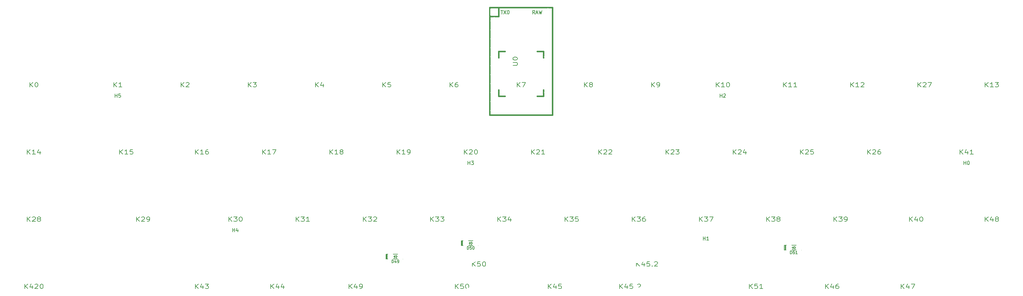
<source format=gto>
G04 #@! TF.GenerationSoftware,KiCad,Pcbnew,(5.1.10)-1*
G04 #@! TF.CreationDate,2021-12-09T13:09:40+07:00*
G04 #@! TF.ProjectId,CK50,434b3530-2e6b-4696-9361-645f70636258,rev?*
G04 #@! TF.SameCoordinates,Original*
G04 #@! TF.FileFunction,Legend,Top*
G04 #@! TF.FilePolarity,Positive*
%FSLAX46Y46*%
G04 Gerber Fmt 4.6, Leading zero omitted, Abs format (unit mm)*
G04 Created by KiCad (PCBNEW (5.1.10)-1) date 2021-12-09 13:09:40*
%MOMM*%
%LPD*%
G01*
G04 APERTURE LIST*
%ADD10C,0.200000*%
%ADD11C,0.381000*%
%ADD12C,0.203200*%
%ADD13C,0.150000*%
%ADD14C,4.387800*%
%ADD15C,3.448000*%
%ADD16C,2.150000*%
%ADD17C,3.400000*%
%ADD18C,2.686000*%
%ADD19C,2.152600*%
%ADD20C,2.600000*%
G04 APERTURE END LIST*
D10*
X311069000Y-158750000D02*
X311369000Y-158750000D01*
X310469000Y-158750000D02*
X310169000Y-158750000D01*
X310469000Y-158400000D02*
X310469000Y-159150000D01*
X311069000Y-159150000D02*
X310469000Y-158750000D01*
X311069000Y-158400000D02*
X311069000Y-159150000D01*
X310469000Y-158750000D02*
X311069000Y-158400000D01*
X308069000Y-158050000D02*
X308069000Y-159450000D01*
X308269000Y-158050000D02*
X308269000Y-159450000D01*
X308469000Y-158050000D02*
X308469000Y-159450000D01*
X308669000Y-158050000D02*
X308669000Y-159450000D01*
X308069000Y-159450000D02*
X312869000Y-159450000D01*
X312869000Y-158050000D02*
X312869000Y-159450000D01*
X308069000Y-158050000D02*
X312869000Y-158050000D01*
X402636000Y-160020000D02*
X402936000Y-160020000D01*
X402036000Y-160020000D02*
X401736000Y-160020000D01*
X402036000Y-159670000D02*
X402036000Y-160420000D01*
X402636000Y-160420000D02*
X402036000Y-160020000D01*
X402636000Y-159670000D02*
X402636000Y-160420000D01*
X402036000Y-160020000D02*
X402636000Y-159670000D01*
X399636000Y-159320000D02*
X399636000Y-160720000D01*
X399836000Y-159320000D02*
X399836000Y-160720000D01*
X400036000Y-159320000D02*
X400036000Y-160720000D01*
X400236000Y-159320000D02*
X400236000Y-160720000D01*
X399636000Y-160720000D02*
X404436000Y-160720000D01*
X404436000Y-159320000D02*
X404436000Y-160720000D01*
X399636000Y-159320000D02*
X404436000Y-159320000D01*
X289733000Y-162560000D02*
X290033000Y-162560000D01*
X289133000Y-162560000D02*
X288833000Y-162560000D01*
X289133000Y-162210000D02*
X289133000Y-162960000D01*
X289733000Y-162960000D02*
X289133000Y-162560000D01*
X289733000Y-162210000D02*
X289733000Y-162960000D01*
X289133000Y-162560000D02*
X289733000Y-162210000D01*
X286733000Y-161860000D02*
X286733000Y-163260000D01*
X286933000Y-161860000D02*
X286933000Y-163260000D01*
X287133000Y-161860000D02*
X287133000Y-163260000D01*
X287333000Y-161860000D02*
X287333000Y-163260000D01*
X286733000Y-163260000D02*
X291533000Y-163260000D01*
X291533000Y-161860000D02*
X291533000Y-163260000D01*
X286733000Y-161860000D02*
X291533000Y-161860000D01*
D11*
X318690352Y-106156032D02*
X318690352Y-104378032D01*
X318690352Y-117078032D02*
X318690352Y-115300032D01*
X320468352Y-117078032D02*
X318690352Y-117078032D01*
X331390352Y-117078032D02*
X329612352Y-117078032D01*
X331390352Y-115300032D02*
X331390352Y-117078032D01*
X331390352Y-104378032D02*
X331390352Y-106156032D01*
X329612352Y-104378032D02*
X331390352Y-104378032D01*
X318690352Y-104378032D02*
X320468352Y-104378032D01*
X333908400Y-91978480D02*
X316128400Y-91978480D01*
X316128400Y-91978480D02*
X316128400Y-122458480D01*
X316128400Y-122458480D02*
X333908400Y-122458480D01*
X333908400Y-122458480D02*
X333908400Y-91978480D01*
X318668400Y-91978480D02*
X318668400Y-94518480D01*
X318668400Y-94518480D02*
X316128400Y-94518480D01*
D12*
X311204428Y-165293523D02*
X311204428Y-164023523D01*
X312075285Y-165293523D02*
X311422142Y-164567809D01*
X312075285Y-164023523D02*
X311204428Y-164749238D01*
X313454142Y-164023523D02*
X312728428Y-164023523D01*
X312655857Y-164628285D01*
X312728428Y-164567809D01*
X312873571Y-164507333D01*
X313236428Y-164507333D01*
X313381571Y-164567809D01*
X313454142Y-164628285D01*
X313526714Y-164749238D01*
X313526714Y-165051619D01*
X313454142Y-165172571D01*
X313381571Y-165233047D01*
X313236428Y-165293523D01*
X312873571Y-165293523D01*
X312728428Y-165233047D01*
X312655857Y-165172571D01*
X314470142Y-164023523D02*
X314615285Y-164023523D01*
X314760428Y-164084000D01*
X314833000Y-164144476D01*
X314905571Y-164265428D01*
X314978142Y-164507333D01*
X314978142Y-164809714D01*
X314905571Y-165051619D01*
X314833000Y-165172571D01*
X314760428Y-165233047D01*
X314615285Y-165293523D01*
X314470142Y-165293523D01*
X314325000Y-165233047D01*
X314252428Y-165172571D01*
X314179857Y-165051619D01*
X314107285Y-164809714D01*
X314107285Y-164507333D01*
X314179857Y-164265428D01*
X314252428Y-164144476D01*
X314325000Y-164084000D01*
X314470142Y-164023523D01*
X357740857Y-165293523D02*
X357740857Y-164023523D01*
X358611714Y-165293523D02*
X357958571Y-164567809D01*
X358611714Y-164023523D02*
X357740857Y-164749238D01*
X359918000Y-164446857D02*
X359918000Y-165293523D01*
X359555142Y-163963047D02*
X359192285Y-164870190D01*
X360135714Y-164870190D01*
X361442000Y-164023523D02*
X360716285Y-164023523D01*
X360643714Y-164628285D01*
X360716285Y-164567809D01*
X360861428Y-164507333D01*
X361224285Y-164507333D01*
X361369428Y-164567809D01*
X361442000Y-164628285D01*
X361514571Y-164749238D01*
X361514571Y-165051619D01*
X361442000Y-165172571D01*
X361369428Y-165233047D01*
X361224285Y-165293523D01*
X360861428Y-165293523D01*
X360716285Y-165233047D01*
X360643714Y-165172571D01*
X362167714Y-165172571D02*
X362240285Y-165233047D01*
X362167714Y-165293523D01*
X362095142Y-165233047D01*
X362167714Y-165172571D01*
X362167714Y-165293523D01*
X362820857Y-164144476D02*
X362893428Y-164084000D01*
X363038571Y-164023523D01*
X363401428Y-164023523D01*
X363546571Y-164084000D01*
X363619142Y-164144476D01*
X363691714Y-164265428D01*
X363691714Y-164386380D01*
X363619142Y-164567809D01*
X362748285Y-165293523D01*
X363691714Y-165293523D01*
X352940257Y-171618123D02*
X352940257Y-170348123D01*
X353811114Y-171618123D02*
X353157971Y-170892409D01*
X353811114Y-170348123D02*
X352940257Y-171073838D01*
X355117400Y-170771457D02*
X355117400Y-171618123D01*
X354754542Y-170287647D02*
X354391685Y-171194790D01*
X355335114Y-171194790D01*
X356641400Y-170348123D02*
X355915685Y-170348123D01*
X355843114Y-170952885D01*
X355915685Y-170892409D01*
X356060828Y-170831933D01*
X356423685Y-170831933D01*
X356568828Y-170892409D01*
X356641400Y-170952885D01*
X356713971Y-171073838D01*
X356713971Y-171376219D01*
X356641400Y-171497171D01*
X356568828Y-171557647D01*
X356423685Y-171618123D01*
X356060828Y-171618123D01*
X355915685Y-171557647D01*
X355843114Y-171497171D01*
X357367114Y-171497171D02*
X357439685Y-171557647D01*
X357367114Y-171618123D01*
X357294542Y-171557647D01*
X357367114Y-171497171D01*
X357367114Y-171618123D01*
X358020257Y-170469076D02*
X358092828Y-170408600D01*
X358237971Y-170348123D01*
X358600828Y-170348123D01*
X358745971Y-170408600D01*
X358818542Y-170469076D01*
X358891114Y-170590028D01*
X358891114Y-170710980D01*
X358818542Y-170892409D01*
X357947685Y-171618123D01*
X358891114Y-171618123D01*
X306403828Y-171618123D02*
X306403828Y-170348123D01*
X307274685Y-171618123D02*
X306621542Y-170892409D01*
X307274685Y-170348123D02*
X306403828Y-171073838D01*
X308653542Y-170348123D02*
X307927828Y-170348123D01*
X307855257Y-170952885D01*
X307927828Y-170892409D01*
X308072971Y-170831933D01*
X308435828Y-170831933D01*
X308580971Y-170892409D01*
X308653542Y-170952885D01*
X308726114Y-171073838D01*
X308726114Y-171376219D01*
X308653542Y-171497171D01*
X308580971Y-171557647D01*
X308435828Y-171618123D01*
X308072971Y-171618123D01*
X307927828Y-171557647D01*
X307855257Y-171497171D01*
X309669542Y-170348123D02*
X309814685Y-170348123D01*
X309959828Y-170408600D01*
X310032400Y-170469076D01*
X310104971Y-170590028D01*
X310177542Y-170831933D01*
X310177542Y-171134314D01*
X310104971Y-171376219D01*
X310032400Y-171497171D01*
X309959828Y-171557647D01*
X309814685Y-171618123D01*
X309669542Y-171618123D01*
X309524400Y-171557647D01*
X309451828Y-171497171D01*
X309379257Y-171376219D01*
X309306685Y-171134314D01*
X309306685Y-170831933D01*
X309379257Y-170590028D01*
X309451828Y-170469076D01*
X309524400Y-170408600D01*
X309669542Y-170348123D01*
D13*
X309772171Y-160511904D02*
X309772171Y-159711904D01*
X309962647Y-159711904D01*
X310076933Y-159750000D01*
X310153123Y-159826190D01*
X310191219Y-159902380D01*
X310229314Y-160054761D01*
X310229314Y-160169047D01*
X310191219Y-160321428D01*
X310153123Y-160397619D01*
X310076933Y-160473809D01*
X309962647Y-160511904D01*
X309772171Y-160511904D01*
X310953123Y-159711904D02*
X310572171Y-159711904D01*
X310534076Y-160092857D01*
X310572171Y-160054761D01*
X310648361Y-160016666D01*
X310838838Y-160016666D01*
X310915028Y-160054761D01*
X310953123Y-160092857D01*
X310991219Y-160169047D01*
X310991219Y-160359523D01*
X310953123Y-160435714D01*
X310915028Y-160473809D01*
X310838838Y-160511904D01*
X310648361Y-160511904D01*
X310572171Y-160473809D01*
X310534076Y-160435714D01*
X311486457Y-159711904D02*
X311562647Y-159711904D01*
X311638838Y-159750000D01*
X311676933Y-159788095D01*
X311715028Y-159864285D01*
X311753123Y-160016666D01*
X311753123Y-160207142D01*
X311715028Y-160359523D01*
X311676933Y-160435714D01*
X311638838Y-160473809D01*
X311562647Y-160511904D01*
X311486457Y-160511904D01*
X311410266Y-160473809D01*
X311372171Y-160435714D01*
X311334076Y-160359523D01*
X311295980Y-160207142D01*
X311295980Y-160016666D01*
X311334076Y-159864285D01*
X311372171Y-159788095D01*
X311410266Y-159750000D01*
X311486457Y-159711904D01*
D12*
X332714772Y-171627507D02*
X332714772Y-170357507D01*
X333585629Y-171627507D02*
X332932486Y-170901793D01*
X333585629Y-170357507D02*
X332714772Y-171083222D01*
X334891915Y-170780841D02*
X334891915Y-171627507D01*
X334529058Y-170297031D02*
X334166201Y-171204174D01*
X335109629Y-171204174D01*
X336415915Y-170357507D02*
X335690201Y-170357507D01*
X335617629Y-170962269D01*
X335690201Y-170901793D01*
X335835344Y-170841317D01*
X336198201Y-170841317D01*
X336343344Y-170901793D01*
X336415915Y-170962269D01*
X336488486Y-171083222D01*
X336488486Y-171385603D01*
X336415915Y-171506555D01*
X336343344Y-171567031D01*
X336198201Y-171627507D01*
X335835344Y-171627507D01*
X335690201Y-171567031D01*
X335617629Y-171506555D01*
D13*
X401339171Y-161781904D02*
X401339171Y-160981904D01*
X401529647Y-160981904D01*
X401643933Y-161020000D01*
X401720123Y-161096190D01*
X401758219Y-161172380D01*
X401796314Y-161324761D01*
X401796314Y-161439047D01*
X401758219Y-161591428D01*
X401720123Y-161667619D01*
X401643933Y-161743809D01*
X401529647Y-161781904D01*
X401339171Y-161781904D01*
X402520123Y-160981904D02*
X402139171Y-160981904D01*
X402101076Y-161362857D01*
X402139171Y-161324761D01*
X402215361Y-161286666D01*
X402405838Y-161286666D01*
X402482028Y-161324761D01*
X402520123Y-161362857D01*
X402558219Y-161439047D01*
X402558219Y-161629523D01*
X402520123Y-161705714D01*
X402482028Y-161743809D01*
X402405838Y-161781904D01*
X402215361Y-161781904D01*
X402139171Y-161743809D01*
X402101076Y-161705714D01*
X403320123Y-161781904D02*
X402862980Y-161781904D01*
X403091552Y-161781904D02*
X403091552Y-160981904D01*
X403015361Y-161096190D01*
X402939171Y-161172380D01*
X402862980Y-161210476D01*
D12*
X389741228Y-171592723D02*
X389741228Y-170322723D01*
X390612085Y-171592723D02*
X389958942Y-170867009D01*
X390612085Y-170322723D02*
X389741228Y-171048438D01*
X391990942Y-170322723D02*
X391265228Y-170322723D01*
X391192657Y-170927485D01*
X391265228Y-170867009D01*
X391410371Y-170806533D01*
X391773228Y-170806533D01*
X391918371Y-170867009D01*
X391990942Y-170927485D01*
X392063514Y-171048438D01*
X392063514Y-171350819D01*
X391990942Y-171471771D01*
X391918371Y-171532247D01*
X391773228Y-171592723D01*
X391410371Y-171592723D01*
X391265228Y-171532247D01*
X391192657Y-171471771D01*
X393514942Y-171592723D02*
X392644085Y-171592723D01*
X393079514Y-171592723D02*
X393079514Y-170322723D01*
X392934371Y-170504152D01*
X392789228Y-170625104D01*
X392644085Y-170685580D01*
D13*
X288436171Y-164321904D02*
X288436171Y-163521904D01*
X288626647Y-163521904D01*
X288740933Y-163560000D01*
X288817123Y-163636190D01*
X288855219Y-163712380D01*
X288893314Y-163864761D01*
X288893314Y-163979047D01*
X288855219Y-164131428D01*
X288817123Y-164207619D01*
X288740933Y-164283809D01*
X288626647Y-164321904D01*
X288436171Y-164321904D01*
X289579028Y-163788571D02*
X289579028Y-164321904D01*
X289388552Y-163483809D02*
X289198076Y-164055238D01*
X289693314Y-164055238D01*
X290036171Y-164321904D02*
X290188552Y-164321904D01*
X290264742Y-164283809D01*
X290302838Y-164245714D01*
X290379028Y-164131428D01*
X290417123Y-163979047D01*
X290417123Y-163674285D01*
X290379028Y-163598095D01*
X290340933Y-163560000D01*
X290264742Y-163521904D01*
X290112361Y-163521904D01*
X290036171Y-163560000D01*
X289998076Y-163598095D01*
X289959980Y-163674285D01*
X289959980Y-163864761D01*
X289998076Y-163940952D01*
X290036171Y-163979047D01*
X290112361Y-164017142D01*
X290264742Y-164017142D01*
X290340933Y-163979047D01*
X290379028Y-163940952D01*
X290417123Y-163864761D01*
D12*
X276279428Y-171618123D02*
X276279428Y-170348123D01*
X277150285Y-171618123D02*
X276497142Y-170892409D01*
X277150285Y-170348123D02*
X276279428Y-171073838D01*
X278456571Y-170771457D02*
X278456571Y-171618123D01*
X278093714Y-170287647D02*
X277730857Y-171194790D01*
X278674285Y-171194790D01*
X279327428Y-171618123D02*
X279617714Y-171618123D01*
X279762857Y-171557647D01*
X279835428Y-171497171D01*
X279980571Y-171315742D01*
X280053142Y-171073838D01*
X280053142Y-170590028D01*
X279980571Y-170469076D01*
X279908000Y-170408600D01*
X279762857Y-170348123D01*
X279472571Y-170348123D01*
X279327428Y-170408600D01*
X279254857Y-170469076D01*
X279182285Y-170590028D01*
X279182285Y-170892409D01*
X279254857Y-171013361D01*
X279327428Y-171073838D01*
X279472571Y-171134314D01*
X279762857Y-171134314D01*
X279908000Y-171073838D01*
X279980571Y-171013361D01*
X280053142Y-170892409D01*
X254113740Y-171627507D02*
X254113740Y-170357507D01*
X254984597Y-171627507D02*
X254331454Y-170901793D01*
X254984597Y-170357507D02*
X254113740Y-171083222D01*
X256290883Y-170780841D02*
X256290883Y-171627507D01*
X255928026Y-170297031D02*
X255565169Y-171204174D01*
X256508597Y-171204174D01*
X257742312Y-170780841D02*
X257742312Y-171627507D01*
X257379454Y-170297031D02*
X257016597Y-171204174D01*
X257960026Y-171204174D01*
X375577236Y-152577523D02*
X375577236Y-151307523D01*
X376448093Y-152577523D02*
X375794950Y-151851809D01*
X376448093Y-151307523D02*
X375577236Y-152033238D01*
X376956093Y-151307523D02*
X377899522Y-151307523D01*
X377391522Y-151791333D01*
X377609236Y-151791333D01*
X377754379Y-151851809D01*
X377826950Y-151912285D01*
X377899522Y-152033238D01*
X377899522Y-152335619D01*
X377826950Y-152456571D01*
X377754379Y-152517047D01*
X377609236Y-152577523D01*
X377173808Y-152577523D01*
X377028665Y-152517047D01*
X376956093Y-152456571D01*
X378407522Y-151307523D02*
X379423522Y-151307523D01*
X378770379Y-152577523D01*
X356527252Y-152577523D02*
X356527252Y-151307523D01*
X357398109Y-152577523D02*
X356744966Y-151851809D01*
X357398109Y-151307523D02*
X356527252Y-152033238D01*
X357906109Y-151307523D02*
X358849538Y-151307523D01*
X358341538Y-151791333D01*
X358559252Y-151791333D01*
X358704395Y-151851809D01*
X358776966Y-151912285D01*
X358849538Y-152033238D01*
X358849538Y-152335619D01*
X358776966Y-152456571D01*
X358704395Y-152517047D01*
X358559252Y-152577523D01*
X358123824Y-152577523D01*
X357978681Y-152517047D01*
X357906109Y-152456571D01*
X360155824Y-151307523D02*
X359865538Y-151307523D01*
X359720395Y-151368000D01*
X359647824Y-151428476D01*
X359502681Y-151609904D01*
X359430109Y-151851809D01*
X359430109Y-152335619D01*
X359502681Y-152456571D01*
X359575252Y-152517047D01*
X359720395Y-152577523D01*
X360010681Y-152577523D01*
X360155824Y-152517047D01*
X360228395Y-152456571D01*
X360300966Y-152335619D01*
X360300966Y-152033238D01*
X360228395Y-151912285D01*
X360155824Y-151851809D01*
X360010681Y-151791333D01*
X359720395Y-151791333D01*
X359575252Y-151851809D01*
X359502681Y-151912285D01*
X359430109Y-152033238D01*
X337477268Y-152577523D02*
X337477268Y-151307523D01*
X338348125Y-152577523D02*
X337694982Y-151851809D01*
X338348125Y-151307523D02*
X337477268Y-152033238D01*
X338856125Y-151307523D02*
X339799554Y-151307523D01*
X339291554Y-151791333D01*
X339509268Y-151791333D01*
X339654411Y-151851809D01*
X339726982Y-151912285D01*
X339799554Y-152033238D01*
X339799554Y-152335619D01*
X339726982Y-152456571D01*
X339654411Y-152517047D01*
X339509268Y-152577523D01*
X339073840Y-152577523D01*
X338928697Y-152517047D01*
X338856125Y-152456571D01*
X341178411Y-151307523D02*
X340452697Y-151307523D01*
X340380125Y-151912285D01*
X340452697Y-151851809D01*
X340597840Y-151791333D01*
X340960697Y-151791333D01*
X341105840Y-151851809D01*
X341178411Y-151912285D01*
X341250982Y-152033238D01*
X341250982Y-152335619D01*
X341178411Y-152456571D01*
X341105840Y-152517047D01*
X340960697Y-152577523D01*
X340597840Y-152577523D01*
X340452697Y-152517047D01*
X340380125Y-152456571D01*
X366052244Y-133527539D02*
X366052244Y-132257539D01*
X366923101Y-133527539D02*
X366269958Y-132801825D01*
X366923101Y-132257539D02*
X366052244Y-132983254D01*
X367503673Y-132378492D02*
X367576244Y-132318016D01*
X367721387Y-132257539D01*
X368084244Y-132257539D01*
X368229387Y-132318016D01*
X368301958Y-132378492D01*
X368374530Y-132499444D01*
X368374530Y-132620396D01*
X368301958Y-132801825D01*
X367431101Y-133527539D01*
X368374530Y-133527539D01*
X368882530Y-132257539D02*
X369825958Y-132257539D01*
X369317958Y-132741349D01*
X369535673Y-132741349D01*
X369680816Y-132801825D01*
X369753387Y-132862301D01*
X369825958Y-132983254D01*
X369825958Y-133285635D01*
X369753387Y-133406587D01*
X369680816Y-133467063D01*
X369535673Y-133527539D01*
X369100244Y-133527539D01*
X368955101Y-133467063D01*
X368882530Y-133406587D01*
X347002260Y-133527539D02*
X347002260Y-132257539D01*
X347873117Y-133527539D02*
X347219974Y-132801825D01*
X347873117Y-132257539D02*
X347002260Y-132983254D01*
X348453689Y-132378492D02*
X348526260Y-132318016D01*
X348671403Y-132257539D01*
X349034260Y-132257539D01*
X349179403Y-132318016D01*
X349251974Y-132378492D01*
X349324546Y-132499444D01*
X349324546Y-132620396D01*
X349251974Y-132801825D01*
X348381117Y-133527539D01*
X349324546Y-133527539D01*
X349905117Y-132378492D02*
X349977689Y-132318016D01*
X350122832Y-132257539D01*
X350485689Y-132257539D01*
X350630832Y-132318016D01*
X350703403Y-132378492D01*
X350775974Y-132499444D01*
X350775974Y-132620396D01*
X350703403Y-132801825D01*
X349832546Y-133527539D01*
X350775974Y-133527539D01*
X327952276Y-133527539D02*
X327952276Y-132257539D01*
X328823133Y-133527539D02*
X328169990Y-132801825D01*
X328823133Y-132257539D02*
X327952276Y-132983254D01*
X329403705Y-132378492D02*
X329476276Y-132318016D01*
X329621419Y-132257539D01*
X329984276Y-132257539D01*
X330129419Y-132318016D01*
X330201990Y-132378492D01*
X330274562Y-132499444D01*
X330274562Y-132620396D01*
X330201990Y-132801825D01*
X329331133Y-133527539D01*
X330274562Y-133527539D01*
X331725990Y-133527539D02*
X330855133Y-133527539D01*
X331290562Y-133527539D02*
X331290562Y-132257539D01*
X331145419Y-132438968D01*
X331000276Y-132559920D01*
X330855133Y-132620396D01*
X308902292Y-133527539D02*
X308902292Y-132257539D01*
X309773149Y-133527539D02*
X309120006Y-132801825D01*
X309773149Y-132257539D02*
X308902292Y-132983254D01*
X310353721Y-132378492D02*
X310426292Y-132318016D01*
X310571435Y-132257539D01*
X310934292Y-132257539D01*
X311079435Y-132318016D01*
X311152006Y-132378492D01*
X311224578Y-132499444D01*
X311224578Y-132620396D01*
X311152006Y-132801825D01*
X310281149Y-133527539D01*
X311224578Y-133527539D01*
X312168006Y-132257539D02*
X312313149Y-132257539D01*
X312458292Y-132318016D01*
X312530864Y-132378492D01*
X312603435Y-132499444D01*
X312676006Y-132741349D01*
X312676006Y-133043730D01*
X312603435Y-133285635D01*
X312530864Y-133406587D01*
X312458292Y-133467063D01*
X312313149Y-133527539D01*
X312168006Y-133527539D01*
X312022864Y-133467063D01*
X311950292Y-133406587D01*
X311877721Y-133285635D01*
X311805149Y-133043730D01*
X311805149Y-132741349D01*
X311877721Y-132499444D01*
X311950292Y-132378492D01*
X312022864Y-132318016D01*
X312168006Y-132257539D01*
X318427284Y-152577523D02*
X318427284Y-151307523D01*
X319298141Y-152577523D02*
X318644998Y-151851809D01*
X319298141Y-151307523D02*
X318427284Y-152033238D01*
X319806141Y-151307523D02*
X320749570Y-151307523D01*
X320241570Y-151791333D01*
X320459284Y-151791333D01*
X320604427Y-151851809D01*
X320676998Y-151912285D01*
X320749570Y-152033238D01*
X320749570Y-152335619D01*
X320676998Y-152456571D01*
X320604427Y-152517047D01*
X320459284Y-152577523D01*
X320023856Y-152577523D01*
X319878713Y-152517047D01*
X319806141Y-152456571D01*
X322055856Y-151730857D02*
X322055856Y-152577523D01*
X321692998Y-151247047D02*
X321330141Y-152154190D01*
X322273570Y-152154190D01*
X299377300Y-152577523D02*
X299377300Y-151307523D01*
X300248157Y-152577523D02*
X299595014Y-151851809D01*
X300248157Y-151307523D02*
X299377300Y-152033238D01*
X300756157Y-151307523D02*
X301699586Y-151307523D01*
X301191586Y-151791333D01*
X301409300Y-151791333D01*
X301554443Y-151851809D01*
X301627014Y-151912285D01*
X301699586Y-152033238D01*
X301699586Y-152335619D01*
X301627014Y-152456571D01*
X301554443Y-152517047D01*
X301409300Y-152577523D01*
X300973872Y-152577523D01*
X300828729Y-152517047D01*
X300756157Y-152456571D01*
X302207586Y-151307523D02*
X303151014Y-151307523D01*
X302643014Y-151791333D01*
X302860729Y-151791333D01*
X303005872Y-151851809D01*
X303078443Y-151912285D01*
X303151014Y-152033238D01*
X303151014Y-152335619D01*
X303078443Y-152456571D01*
X303005872Y-152517047D01*
X302860729Y-152577523D01*
X302425300Y-152577523D01*
X302280157Y-152517047D01*
X302207586Y-152456571D01*
X394627220Y-152577523D02*
X394627220Y-151307523D01*
X395498077Y-152577523D02*
X394844934Y-151851809D01*
X395498077Y-151307523D02*
X394627220Y-152033238D01*
X396006077Y-151307523D02*
X396949506Y-151307523D01*
X396441506Y-151791333D01*
X396659220Y-151791333D01*
X396804363Y-151851809D01*
X396876934Y-151912285D01*
X396949506Y-152033238D01*
X396949506Y-152335619D01*
X396876934Y-152456571D01*
X396804363Y-152517047D01*
X396659220Y-152577523D01*
X396223792Y-152577523D01*
X396078649Y-152517047D01*
X396006077Y-152456571D01*
X397820363Y-151851809D02*
X397675220Y-151791333D01*
X397602649Y-151730857D01*
X397530077Y-151609904D01*
X397530077Y-151549428D01*
X397602649Y-151428476D01*
X397675220Y-151368000D01*
X397820363Y-151307523D01*
X398110649Y-151307523D01*
X398255792Y-151368000D01*
X398328363Y-151428476D01*
X398400934Y-151549428D01*
X398400934Y-151609904D01*
X398328363Y-151730857D01*
X398255792Y-151791333D01*
X398110649Y-151851809D01*
X397820363Y-151851809D01*
X397675220Y-151912285D01*
X397602649Y-151972761D01*
X397530077Y-152093714D01*
X397530077Y-152335619D01*
X397602649Y-152456571D01*
X397675220Y-152517047D01*
X397820363Y-152577523D01*
X398110649Y-152577523D01*
X398255792Y-152517047D01*
X398328363Y-152456571D01*
X398400934Y-152335619D01*
X398400934Y-152093714D01*
X398328363Y-151972761D01*
X398255792Y-151912285D01*
X398110649Y-151851809D01*
X385102228Y-133527539D02*
X385102228Y-132257539D01*
X385973085Y-133527539D02*
X385319942Y-132801825D01*
X385973085Y-132257539D02*
X385102228Y-132983254D01*
X386553657Y-132378492D02*
X386626228Y-132318016D01*
X386771371Y-132257539D01*
X387134228Y-132257539D01*
X387279371Y-132318016D01*
X387351942Y-132378492D01*
X387424514Y-132499444D01*
X387424514Y-132620396D01*
X387351942Y-132801825D01*
X386481085Y-133527539D01*
X387424514Y-133527539D01*
X388730800Y-132680873D02*
X388730800Y-133527539D01*
X388367942Y-132197063D02*
X388005085Y-133104206D01*
X388948514Y-133104206D01*
X404152212Y-133527539D02*
X404152212Y-132257539D01*
X405023069Y-133527539D02*
X404369926Y-132801825D01*
X405023069Y-132257539D02*
X404152212Y-132983254D01*
X405603641Y-132378492D02*
X405676212Y-132318016D01*
X405821355Y-132257539D01*
X406184212Y-132257539D01*
X406329355Y-132318016D01*
X406401926Y-132378492D01*
X406474498Y-132499444D01*
X406474498Y-132620396D01*
X406401926Y-132801825D01*
X405531069Y-133527539D01*
X406474498Y-133527539D01*
X407853355Y-132257539D02*
X407127641Y-132257539D01*
X407055069Y-132862301D01*
X407127641Y-132801825D01*
X407272784Y-132741349D01*
X407635641Y-132741349D01*
X407780784Y-132801825D01*
X407853355Y-132862301D01*
X407925926Y-132983254D01*
X407925926Y-133285635D01*
X407853355Y-133406587D01*
X407780784Y-133467063D01*
X407635641Y-133527539D01*
X407272784Y-133527539D01*
X407127641Y-133467063D01*
X407055069Y-133406587D01*
X423202196Y-133527539D02*
X423202196Y-132257539D01*
X424073053Y-133527539D02*
X423419910Y-132801825D01*
X424073053Y-132257539D02*
X423202196Y-132983254D01*
X424653625Y-132378492D02*
X424726196Y-132318016D01*
X424871339Y-132257539D01*
X425234196Y-132257539D01*
X425379339Y-132318016D01*
X425451910Y-132378492D01*
X425524482Y-132499444D01*
X425524482Y-132620396D01*
X425451910Y-132801825D01*
X424581053Y-133527539D01*
X425524482Y-133527539D01*
X426830768Y-132257539D02*
X426540482Y-132257539D01*
X426395339Y-132318016D01*
X426322768Y-132378492D01*
X426177625Y-132559920D01*
X426105053Y-132801825D01*
X426105053Y-133285635D01*
X426177625Y-133406587D01*
X426250196Y-133467063D01*
X426395339Y-133527539D01*
X426685625Y-133527539D01*
X426830768Y-133467063D01*
X426903339Y-133406587D01*
X426975910Y-133285635D01*
X426975910Y-132983254D01*
X426903339Y-132862301D01*
X426830768Y-132801825D01*
X426685625Y-132741349D01*
X426395339Y-132741349D01*
X426250196Y-132801825D01*
X426177625Y-132862301D01*
X426105053Y-132983254D01*
X413677204Y-152577523D02*
X413677204Y-151307523D01*
X414548061Y-152577523D02*
X413894918Y-151851809D01*
X414548061Y-151307523D02*
X413677204Y-152033238D01*
X415056061Y-151307523D02*
X415999490Y-151307523D01*
X415491490Y-151791333D01*
X415709204Y-151791333D01*
X415854347Y-151851809D01*
X415926918Y-151912285D01*
X415999490Y-152033238D01*
X415999490Y-152335619D01*
X415926918Y-152456571D01*
X415854347Y-152517047D01*
X415709204Y-152577523D01*
X415273776Y-152577523D01*
X415128633Y-152517047D01*
X415056061Y-152456571D01*
X416725204Y-152577523D02*
X417015490Y-152577523D01*
X417160633Y-152517047D01*
X417233204Y-152456571D01*
X417378347Y-152275142D01*
X417450918Y-152033238D01*
X417450918Y-151549428D01*
X417378347Y-151428476D01*
X417305776Y-151368000D01*
X417160633Y-151307523D01*
X416870347Y-151307523D01*
X416725204Y-151368000D01*
X416652633Y-151428476D01*
X416580061Y-151549428D01*
X416580061Y-151851809D01*
X416652633Y-151972761D01*
X416725204Y-152033238D01*
X416870347Y-152093714D01*
X417160633Y-152093714D01*
X417305776Y-152033238D01*
X417378347Y-151972761D01*
X417450918Y-151851809D01*
X411295956Y-171627507D02*
X411295956Y-170357507D01*
X412166813Y-171627507D02*
X411513670Y-170901793D01*
X412166813Y-170357507D02*
X411295956Y-171083222D01*
X413473099Y-170780841D02*
X413473099Y-171627507D01*
X413110242Y-170297031D02*
X412747385Y-171204174D01*
X413690813Y-171204174D01*
X414924528Y-170357507D02*
X414634242Y-170357507D01*
X414489099Y-170417984D01*
X414416528Y-170478460D01*
X414271385Y-170659888D01*
X414198813Y-170901793D01*
X414198813Y-171385603D01*
X414271385Y-171506555D01*
X414343956Y-171567031D01*
X414489099Y-171627507D01*
X414779385Y-171627507D01*
X414924528Y-171567031D01*
X414997099Y-171506555D01*
X415069670Y-171385603D01*
X415069670Y-171083222D01*
X414997099Y-170962269D01*
X414924528Y-170901793D01*
X414779385Y-170841317D01*
X414489099Y-170841317D01*
X414343956Y-170901793D01*
X414271385Y-170962269D01*
X414198813Y-171083222D01*
X432727188Y-171627507D02*
X432727188Y-170357507D01*
X433598045Y-171627507D02*
X432944902Y-170901793D01*
X433598045Y-170357507D02*
X432727188Y-171083222D01*
X434904331Y-170780841D02*
X434904331Y-171627507D01*
X434541474Y-170297031D02*
X434178617Y-171204174D01*
X435122045Y-171204174D01*
X435557474Y-170357507D02*
X436573474Y-170357507D01*
X435920331Y-171627507D01*
X380339732Y-114477555D02*
X380339732Y-113207555D01*
X381210589Y-114477555D02*
X380557446Y-113751841D01*
X381210589Y-113207555D02*
X380339732Y-113933270D01*
X382662018Y-114477555D02*
X381791161Y-114477555D01*
X382226589Y-114477555D02*
X382226589Y-113207555D01*
X382081446Y-113388984D01*
X381936304Y-113509936D01*
X381791161Y-113570412D01*
X383605446Y-113207555D02*
X383750589Y-113207555D01*
X383895732Y-113268032D01*
X383968304Y-113328508D01*
X384040875Y-113449460D01*
X384113446Y-113691365D01*
X384113446Y-113993746D01*
X384040875Y-114235651D01*
X383968304Y-114356603D01*
X383895732Y-114417079D01*
X383750589Y-114477555D01*
X383605446Y-114477555D01*
X383460304Y-114417079D01*
X383387732Y-114356603D01*
X383315161Y-114235651D01*
X383242589Y-113993746D01*
X383242589Y-113691365D01*
X383315161Y-113449460D01*
X383387732Y-113328508D01*
X383460304Y-113268032D01*
X383605446Y-113207555D01*
X435108436Y-152577523D02*
X435108436Y-151307523D01*
X435979293Y-152577523D02*
X435326150Y-151851809D01*
X435979293Y-151307523D02*
X435108436Y-152033238D01*
X437285579Y-151730857D02*
X437285579Y-152577523D01*
X436922722Y-151247047D02*
X436559865Y-152154190D01*
X437503293Y-152154190D01*
X438374150Y-151307523D02*
X438519293Y-151307523D01*
X438664436Y-151368000D01*
X438737008Y-151428476D01*
X438809579Y-151549428D01*
X438882150Y-151791333D01*
X438882150Y-152093714D01*
X438809579Y-152335619D01*
X438737008Y-152456571D01*
X438664436Y-152517047D01*
X438519293Y-152577523D01*
X438374150Y-152577523D01*
X438229008Y-152517047D01*
X438156436Y-152456571D01*
X438083865Y-152335619D01*
X438011293Y-152093714D01*
X438011293Y-151791333D01*
X438083865Y-151549428D01*
X438156436Y-151428476D01*
X438229008Y-151368000D01*
X438374150Y-151307523D01*
X456539668Y-152577523D02*
X456539668Y-151307523D01*
X457410525Y-152577523D02*
X456757382Y-151851809D01*
X457410525Y-151307523D02*
X456539668Y-152033238D01*
X458716811Y-151730857D02*
X458716811Y-152577523D01*
X458353954Y-151247047D02*
X457991097Y-152154190D01*
X458934525Y-152154190D01*
X459732811Y-151851809D02*
X459587668Y-151791333D01*
X459515097Y-151730857D01*
X459442525Y-151609904D01*
X459442525Y-151549428D01*
X459515097Y-151428476D01*
X459587668Y-151368000D01*
X459732811Y-151307523D01*
X460023097Y-151307523D01*
X460168240Y-151368000D01*
X460240811Y-151428476D01*
X460313382Y-151549428D01*
X460313382Y-151609904D01*
X460240811Y-151730857D01*
X460168240Y-151791333D01*
X460023097Y-151851809D01*
X459732811Y-151851809D01*
X459587668Y-151912285D01*
X459515097Y-151972761D01*
X459442525Y-152093714D01*
X459442525Y-152335619D01*
X459515097Y-152456571D01*
X459587668Y-152517047D01*
X459732811Y-152577523D01*
X460023097Y-152577523D01*
X460168240Y-152517047D01*
X460240811Y-152456571D01*
X460313382Y-152335619D01*
X460313382Y-152093714D01*
X460240811Y-151972761D01*
X460168240Y-151912285D01*
X460023097Y-151851809D01*
X449395924Y-133527539D02*
X449395924Y-132257539D01*
X450266781Y-133527539D02*
X449613638Y-132801825D01*
X450266781Y-132257539D02*
X449395924Y-132983254D01*
X451573067Y-132680873D02*
X451573067Y-133527539D01*
X451210210Y-132197063D02*
X450847353Y-133104206D01*
X451790781Y-133104206D01*
X453169638Y-133527539D02*
X452298781Y-133527539D01*
X452734210Y-133527539D02*
X452734210Y-132257539D01*
X452589067Y-132438968D01*
X452443924Y-132559920D01*
X452298781Y-132620396D01*
X456539668Y-114477555D02*
X456539668Y-113207555D01*
X457410525Y-114477555D02*
X456757382Y-113751841D01*
X457410525Y-113207555D02*
X456539668Y-113933270D01*
X458861954Y-114477555D02*
X457991097Y-114477555D01*
X458426525Y-114477555D02*
X458426525Y-113207555D01*
X458281382Y-113388984D01*
X458136240Y-113509936D01*
X457991097Y-113570412D01*
X459369954Y-113207555D02*
X460313382Y-113207555D01*
X459805382Y-113691365D01*
X460023097Y-113691365D01*
X460168240Y-113751841D01*
X460240811Y-113812317D01*
X460313382Y-113933270D01*
X460313382Y-114235651D01*
X460240811Y-114356603D01*
X460168240Y-114417079D01*
X460023097Y-114477555D01*
X459587668Y-114477555D01*
X459442525Y-114417079D01*
X459369954Y-114356603D01*
X437489684Y-114477555D02*
X437489684Y-113207555D01*
X438360541Y-114477555D02*
X437707398Y-113751841D01*
X438360541Y-113207555D02*
X437489684Y-113933270D01*
X438941113Y-113328508D02*
X439013684Y-113268032D01*
X439158827Y-113207555D01*
X439521684Y-113207555D01*
X439666827Y-113268032D01*
X439739398Y-113328508D01*
X439811970Y-113449460D01*
X439811970Y-113570412D01*
X439739398Y-113751841D01*
X438868541Y-114477555D01*
X439811970Y-114477555D01*
X440319970Y-113207555D02*
X441335970Y-113207555D01*
X440682827Y-114477555D01*
X418439700Y-114477555D02*
X418439700Y-113207555D01*
X419310557Y-114477555D02*
X418657414Y-113751841D01*
X419310557Y-113207555D02*
X418439700Y-113933270D01*
X420761986Y-114477555D02*
X419891129Y-114477555D01*
X420326557Y-114477555D02*
X420326557Y-113207555D01*
X420181414Y-113388984D01*
X420036272Y-113509936D01*
X419891129Y-113570412D01*
X421342557Y-113328508D02*
X421415129Y-113268032D01*
X421560272Y-113207555D01*
X421923129Y-113207555D01*
X422068272Y-113268032D01*
X422140843Y-113328508D01*
X422213414Y-113449460D01*
X422213414Y-113570412D01*
X422140843Y-113751841D01*
X421269986Y-114477555D01*
X422213414Y-114477555D01*
X399389716Y-114477555D02*
X399389716Y-113207555D01*
X400260573Y-114477555D02*
X399607430Y-113751841D01*
X400260573Y-113207555D02*
X399389716Y-113933270D01*
X401712002Y-114477555D02*
X400841145Y-114477555D01*
X401276573Y-114477555D02*
X401276573Y-113207555D01*
X401131430Y-113388984D01*
X400986288Y-113509936D01*
X400841145Y-113570412D01*
X403163430Y-114477555D02*
X402292573Y-114477555D01*
X402728002Y-114477555D02*
X402728002Y-113207555D01*
X402582859Y-113388984D01*
X402437716Y-113509936D01*
X402292573Y-113570412D01*
X289852308Y-133527539D02*
X289852308Y-132257539D01*
X290723165Y-133527539D02*
X290070022Y-132801825D01*
X290723165Y-132257539D02*
X289852308Y-132983254D01*
X292174594Y-133527539D02*
X291303737Y-133527539D01*
X291739165Y-133527539D02*
X291739165Y-132257539D01*
X291594022Y-132438968D01*
X291448880Y-132559920D01*
X291303737Y-132620396D01*
X292900308Y-133527539D02*
X293190594Y-133527539D01*
X293335737Y-133467063D01*
X293408308Y-133406587D01*
X293553451Y-133225158D01*
X293626022Y-132983254D01*
X293626022Y-132499444D01*
X293553451Y-132378492D01*
X293480880Y-132318016D01*
X293335737Y-132257539D01*
X293045451Y-132257539D01*
X292900308Y-132318016D01*
X292827737Y-132378492D01*
X292755165Y-132499444D01*
X292755165Y-132801825D01*
X292827737Y-132922777D01*
X292900308Y-132983254D01*
X293045451Y-133043730D01*
X293335737Y-133043730D01*
X293480880Y-132983254D01*
X293553451Y-132922777D01*
X293626022Y-132801825D01*
X280327316Y-152577523D02*
X280327316Y-151307523D01*
X281198173Y-152577523D02*
X280545030Y-151851809D01*
X281198173Y-151307523D02*
X280327316Y-152033238D01*
X281706173Y-151307523D02*
X282649602Y-151307523D01*
X282141602Y-151791333D01*
X282359316Y-151791333D01*
X282504459Y-151851809D01*
X282577030Y-151912285D01*
X282649602Y-152033238D01*
X282649602Y-152335619D01*
X282577030Y-152456571D01*
X282504459Y-152517047D01*
X282359316Y-152577523D01*
X281923888Y-152577523D01*
X281778745Y-152517047D01*
X281706173Y-152456571D01*
X283230173Y-151428476D02*
X283302745Y-151368000D01*
X283447888Y-151307523D01*
X283810745Y-151307523D01*
X283955888Y-151368000D01*
X284028459Y-151428476D01*
X284101030Y-151549428D01*
X284101030Y-151670380D01*
X284028459Y-151851809D01*
X283157602Y-152577523D01*
X284101030Y-152577523D01*
X261277332Y-152577523D02*
X261277332Y-151307523D01*
X262148189Y-152577523D02*
X261495046Y-151851809D01*
X262148189Y-151307523D02*
X261277332Y-152033238D01*
X262656189Y-151307523D02*
X263599618Y-151307523D01*
X263091618Y-151791333D01*
X263309332Y-151791333D01*
X263454475Y-151851809D01*
X263527046Y-151912285D01*
X263599618Y-152033238D01*
X263599618Y-152335619D01*
X263527046Y-152456571D01*
X263454475Y-152517047D01*
X263309332Y-152577523D01*
X262873904Y-152577523D01*
X262728761Y-152517047D01*
X262656189Y-152456571D01*
X265051046Y-152577523D02*
X264180189Y-152577523D01*
X264615618Y-152577523D02*
X264615618Y-151307523D01*
X264470475Y-151488952D01*
X264325332Y-151609904D01*
X264180189Y-151670380D01*
X323915494Y-114477555D02*
X323915494Y-113207555D01*
X324786352Y-114477555D02*
X324133209Y-113751841D01*
X324786352Y-113207555D02*
X323915494Y-113933270D01*
X325294352Y-113207555D02*
X326310352Y-113207555D01*
X325657209Y-114477555D01*
X362015462Y-114477555D02*
X362015462Y-113207555D01*
X362886320Y-114477555D02*
X362233177Y-113751841D01*
X362886320Y-113207555D02*
X362015462Y-113933270D01*
X363612034Y-114477555D02*
X363902320Y-114477555D01*
X364047462Y-114417079D01*
X364120034Y-114356603D01*
X364265177Y-114175174D01*
X364337748Y-113933270D01*
X364337748Y-113449460D01*
X364265177Y-113328508D01*
X364192605Y-113268032D01*
X364047462Y-113207555D01*
X363757177Y-113207555D01*
X363612034Y-113268032D01*
X363539462Y-113328508D01*
X363466891Y-113449460D01*
X363466891Y-113751841D01*
X363539462Y-113872793D01*
X363612034Y-113933270D01*
X363757177Y-113993746D01*
X364047462Y-113993746D01*
X364192605Y-113933270D01*
X364265177Y-113872793D01*
X364337748Y-113751841D01*
X342965478Y-114477555D02*
X342965478Y-113207555D01*
X343836336Y-114477555D02*
X343183193Y-113751841D01*
X343836336Y-113207555D02*
X342965478Y-113933270D01*
X344707193Y-113751841D02*
X344562050Y-113691365D01*
X344489478Y-113630889D01*
X344416907Y-113509936D01*
X344416907Y-113449460D01*
X344489478Y-113328508D01*
X344562050Y-113268032D01*
X344707193Y-113207555D01*
X344997478Y-113207555D01*
X345142621Y-113268032D01*
X345215193Y-113328508D01*
X345287764Y-113449460D01*
X345287764Y-113509936D01*
X345215193Y-113630889D01*
X345142621Y-113691365D01*
X344997478Y-113751841D01*
X344707193Y-113751841D01*
X344562050Y-113812317D01*
X344489478Y-113872793D01*
X344416907Y-113993746D01*
X344416907Y-114235651D01*
X344489478Y-114356603D01*
X344562050Y-114417079D01*
X344707193Y-114477555D01*
X344997478Y-114477555D01*
X345142621Y-114417079D01*
X345215193Y-114356603D01*
X345287764Y-114235651D01*
X345287764Y-113993746D01*
X345215193Y-113872793D01*
X345142621Y-113812317D01*
X344997478Y-113751841D01*
X304865510Y-114477555D02*
X304865510Y-113207555D01*
X305736368Y-114477555D02*
X305083225Y-113751841D01*
X305736368Y-113207555D02*
X304865510Y-113933270D01*
X307042653Y-113207555D02*
X306752368Y-113207555D01*
X306607225Y-113268032D01*
X306534653Y-113328508D01*
X306389510Y-113509936D01*
X306316939Y-113751841D01*
X306316939Y-114235651D01*
X306389510Y-114356603D01*
X306462082Y-114417079D01*
X306607225Y-114477555D01*
X306897510Y-114477555D01*
X307042653Y-114417079D01*
X307115225Y-114356603D01*
X307187796Y-114235651D01*
X307187796Y-113933270D01*
X307115225Y-113812317D01*
X307042653Y-113751841D01*
X306897510Y-113691365D01*
X306607225Y-113691365D01*
X306462082Y-113751841D01*
X306389510Y-113812317D01*
X306316939Y-113933270D01*
X285815526Y-114477555D02*
X285815526Y-113207555D01*
X286686384Y-114477555D02*
X286033241Y-113751841D01*
X286686384Y-113207555D02*
X285815526Y-113933270D01*
X288065241Y-113207555D02*
X287339526Y-113207555D01*
X287266955Y-113812317D01*
X287339526Y-113751841D01*
X287484669Y-113691365D01*
X287847526Y-113691365D01*
X287992669Y-113751841D01*
X288065241Y-113812317D01*
X288137812Y-113933270D01*
X288137812Y-114235651D01*
X288065241Y-114356603D01*
X287992669Y-114417079D01*
X287847526Y-114477555D01*
X287484669Y-114477555D01*
X287339526Y-114417079D01*
X287266955Y-114356603D01*
X270802324Y-133527539D02*
X270802324Y-132257539D01*
X271673181Y-133527539D02*
X271020038Y-132801825D01*
X271673181Y-132257539D02*
X270802324Y-132983254D01*
X273124610Y-133527539D02*
X272253753Y-133527539D01*
X272689181Y-133527539D02*
X272689181Y-132257539D01*
X272544038Y-132438968D01*
X272398896Y-132559920D01*
X272253753Y-132620396D01*
X273995467Y-132801825D02*
X273850324Y-132741349D01*
X273777753Y-132680873D01*
X273705181Y-132559920D01*
X273705181Y-132499444D01*
X273777753Y-132378492D01*
X273850324Y-132318016D01*
X273995467Y-132257539D01*
X274285753Y-132257539D01*
X274430896Y-132318016D01*
X274503467Y-132378492D01*
X274576038Y-132499444D01*
X274576038Y-132559920D01*
X274503467Y-132680873D01*
X274430896Y-132741349D01*
X274285753Y-132801825D01*
X273995467Y-132801825D01*
X273850324Y-132862301D01*
X273777753Y-132922777D01*
X273705181Y-133043730D01*
X273705181Y-133285635D01*
X273777753Y-133406587D01*
X273850324Y-133467063D01*
X273995467Y-133527539D01*
X274285753Y-133527539D01*
X274430896Y-133467063D01*
X274503467Y-133406587D01*
X274576038Y-133285635D01*
X274576038Y-133043730D01*
X274503467Y-132922777D01*
X274430896Y-132862301D01*
X274285753Y-132801825D01*
X251752340Y-133527539D02*
X251752340Y-132257539D01*
X252623197Y-133527539D02*
X251970054Y-132801825D01*
X252623197Y-132257539D02*
X251752340Y-132983254D01*
X254074626Y-133527539D02*
X253203769Y-133527539D01*
X253639197Y-133527539D02*
X253639197Y-132257539D01*
X253494054Y-132438968D01*
X253348912Y-132559920D01*
X253203769Y-132620396D01*
X254582626Y-132257539D02*
X255598626Y-132257539D01*
X254945483Y-133527539D01*
X266765542Y-114477555D02*
X266765542Y-113207555D01*
X267636400Y-114477555D02*
X266983257Y-113751841D01*
X267636400Y-113207555D02*
X266765542Y-113933270D01*
X268942685Y-113630889D02*
X268942685Y-114477555D01*
X268579828Y-113147079D02*
X268216971Y-114054222D01*
X269160400Y-114054222D01*
X247715558Y-114477555D02*
X247715558Y-113207555D01*
X248586416Y-114477555D02*
X247933273Y-113751841D01*
X248586416Y-113207555D02*
X247715558Y-113933270D01*
X249094416Y-113207555D02*
X250037844Y-113207555D01*
X249529844Y-113691365D01*
X249747558Y-113691365D01*
X249892701Y-113751841D01*
X249965273Y-113812317D01*
X250037844Y-113933270D01*
X250037844Y-114235651D01*
X249965273Y-114356603D01*
X249892701Y-114417079D01*
X249747558Y-114477555D01*
X249312130Y-114477555D01*
X249166987Y-114417079D01*
X249094416Y-114356603D01*
X242227348Y-152577523D02*
X242227348Y-151307523D01*
X243098205Y-152577523D02*
X242445062Y-151851809D01*
X243098205Y-151307523D02*
X242227348Y-152033238D01*
X243606205Y-151307523D02*
X244549634Y-151307523D01*
X244041634Y-151791333D01*
X244259348Y-151791333D01*
X244404491Y-151851809D01*
X244477062Y-151912285D01*
X244549634Y-152033238D01*
X244549634Y-152335619D01*
X244477062Y-152456571D01*
X244404491Y-152517047D01*
X244259348Y-152577523D01*
X243823920Y-152577523D01*
X243678777Y-152517047D01*
X243606205Y-152456571D01*
X245493062Y-151307523D02*
X245638205Y-151307523D01*
X245783348Y-151368000D01*
X245855920Y-151428476D01*
X245928491Y-151549428D01*
X246001062Y-151791333D01*
X246001062Y-152093714D01*
X245928491Y-152335619D01*
X245855920Y-152456571D01*
X245783348Y-152517047D01*
X245638205Y-152577523D01*
X245493062Y-152577523D01*
X245347920Y-152517047D01*
X245275348Y-152456571D01*
X245202777Y-152335619D01*
X245130205Y-152093714D01*
X245130205Y-151791333D01*
X245202777Y-151549428D01*
X245275348Y-151428476D01*
X245347920Y-151368000D01*
X245493062Y-151307523D01*
X232702356Y-133527539D02*
X232702356Y-132257539D01*
X233573213Y-133527539D02*
X232920070Y-132801825D01*
X233573213Y-132257539D02*
X232702356Y-132983254D01*
X235024642Y-133527539D02*
X234153785Y-133527539D01*
X234589213Y-133527539D02*
X234589213Y-132257539D01*
X234444070Y-132438968D01*
X234298928Y-132559920D01*
X234153785Y-132620396D01*
X236330928Y-132257539D02*
X236040642Y-132257539D01*
X235895499Y-132318016D01*
X235822928Y-132378492D01*
X235677785Y-132559920D01*
X235605213Y-132801825D01*
X235605213Y-133285635D01*
X235677785Y-133406587D01*
X235750356Y-133467063D01*
X235895499Y-133527539D01*
X236185785Y-133527539D01*
X236330928Y-133467063D01*
X236403499Y-133406587D01*
X236476070Y-133285635D01*
X236476070Y-132983254D01*
X236403499Y-132862301D01*
X236330928Y-132801825D01*
X236185785Y-132741349D01*
X235895499Y-132741349D01*
X235750356Y-132801825D01*
X235677785Y-132862301D01*
X235605213Y-132983254D01*
X228665574Y-114477555D02*
X228665574Y-113207555D01*
X229536432Y-114477555D02*
X228883289Y-113751841D01*
X229536432Y-113207555D02*
X228665574Y-113933270D01*
X230117003Y-113328508D02*
X230189574Y-113268032D01*
X230334717Y-113207555D01*
X230697574Y-113207555D01*
X230842717Y-113268032D01*
X230915289Y-113328508D01*
X230987860Y-113449460D01*
X230987860Y-113570412D01*
X230915289Y-113751841D01*
X230044432Y-114477555D01*
X230987860Y-114477555D01*
X232702356Y-171627507D02*
X232702356Y-170357507D01*
X233573213Y-171627507D02*
X232920070Y-170901793D01*
X233573213Y-170357507D02*
X232702356Y-171083222D01*
X234879499Y-170780841D02*
X234879499Y-171627507D01*
X234516642Y-170297031D02*
X234153785Y-171204174D01*
X235097213Y-171204174D01*
X235532642Y-170357507D02*
X236476070Y-170357507D01*
X235968070Y-170841317D01*
X236185785Y-170841317D01*
X236330928Y-170901793D01*
X236403499Y-170962269D01*
X236476070Y-171083222D01*
X236476070Y-171385603D01*
X236403499Y-171506555D01*
X236330928Y-171567031D01*
X236185785Y-171627507D01*
X235750356Y-171627507D01*
X235605213Y-171567031D01*
X235532642Y-171506555D01*
X216033620Y-152577523D02*
X216033620Y-151307523D01*
X216904477Y-152577523D02*
X216251334Y-151851809D01*
X216904477Y-151307523D02*
X216033620Y-152033238D01*
X217485049Y-151428476D02*
X217557620Y-151368000D01*
X217702763Y-151307523D01*
X218065620Y-151307523D01*
X218210763Y-151368000D01*
X218283334Y-151428476D01*
X218355906Y-151549428D01*
X218355906Y-151670380D01*
X218283334Y-151851809D01*
X217412477Y-152577523D01*
X218355906Y-152577523D01*
X219081620Y-152577523D02*
X219371906Y-152577523D01*
X219517049Y-152517047D01*
X219589620Y-152456571D01*
X219734763Y-152275142D01*
X219807334Y-152033238D01*
X219807334Y-151549428D01*
X219734763Y-151428476D01*
X219662192Y-151368000D01*
X219517049Y-151307523D01*
X219226763Y-151307523D01*
X219081620Y-151368000D01*
X219009049Y-151428476D01*
X218936477Y-151549428D01*
X218936477Y-151851809D01*
X219009049Y-151972761D01*
X219081620Y-152033238D01*
X219226763Y-152093714D01*
X219517049Y-152093714D01*
X219662192Y-152033238D01*
X219734763Y-151972761D01*
X219807334Y-151851809D01*
X211271124Y-133527539D02*
X211271124Y-132257539D01*
X212141981Y-133527539D02*
X211488838Y-132801825D01*
X212141981Y-132257539D02*
X211271124Y-132983254D01*
X213593410Y-133527539D02*
X212722553Y-133527539D01*
X213157981Y-133527539D02*
X213157981Y-132257539D01*
X213012838Y-132438968D01*
X212867696Y-132559920D01*
X212722553Y-132620396D01*
X214972267Y-132257539D02*
X214246553Y-132257539D01*
X214173981Y-132862301D01*
X214246553Y-132801825D01*
X214391696Y-132741349D01*
X214754553Y-132741349D01*
X214899696Y-132801825D01*
X214972267Y-132862301D01*
X215044838Y-132983254D01*
X215044838Y-133285635D01*
X214972267Y-133406587D01*
X214899696Y-133467063D01*
X214754553Y-133527539D01*
X214391696Y-133527539D01*
X214246553Y-133467063D01*
X214173981Y-133406587D01*
X209615590Y-114477555D02*
X209615590Y-113207555D01*
X210486448Y-114477555D02*
X209833305Y-113751841D01*
X210486448Y-113207555D02*
X209615590Y-113933270D01*
X211937876Y-114477555D02*
X211067019Y-114477555D01*
X211502448Y-114477555D02*
X211502448Y-113207555D01*
X211357305Y-113388984D01*
X211212162Y-113509936D01*
X211067019Y-113570412D01*
X184371530Y-171627507D02*
X184371530Y-170357507D01*
X185242387Y-171627507D02*
X184589244Y-170901793D01*
X185242387Y-170357507D02*
X184371530Y-171083222D01*
X186548673Y-170780841D02*
X186548673Y-171627507D01*
X186185816Y-170297031D02*
X185822958Y-171204174D01*
X186766387Y-171204174D01*
X187274387Y-170478460D02*
X187346958Y-170417984D01*
X187492101Y-170357507D01*
X187854958Y-170357507D01*
X188000101Y-170417984D01*
X188072673Y-170478460D01*
X188145244Y-170599412D01*
X188145244Y-170720364D01*
X188072673Y-170901793D01*
X187201816Y-171627507D01*
X188145244Y-171627507D01*
X189088673Y-170357507D02*
X189233816Y-170357507D01*
X189378958Y-170417984D01*
X189451530Y-170478460D01*
X189524101Y-170599412D01*
X189596673Y-170841317D01*
X189596673Y-171143698D01*
X189524101Y-171385603D01*
X189451530Y-171506555D01*
X189378958Y-171567031D01*
X189233816Y-171627507D01*
X189088673Y-171627507D01*
X188943530Y-171567031D01*
X188870958Y-171506555D01*
X188798387Y-171385603D01*
X188725816Y-171143698D01*
X188725816Y-170841317D01*
X188798387Y-170599412D01*
X188870958Y-170478460D01*
X188943530Y-170417984D01*
X189088673Y-170357507D01*
X185077396Y-152577523D02*
X185077396Y-151307523D01*
X185948253Y-152577523D02*
X185295110Y-151851809D01*
X185948253Y-151307523D02*
X185077396Y-152033238D01*
X186528825Y-151428476D02*
X186601396Y-151368000D01*
X186746539Y-151307523D01*
X187109396Y-151307523D01*
X187254539Y-151368000D01*
X187327110Y-151428476D01*
X187399682Y-151549428D01*
X187399682Y-151670380D01*
X187327110Y-151851809D01*
X186456253Y-152577523D01*
X187399682Y-152577523D01*
X188270539Y-151851809D02*
X188125396Y-151791333D01*
X188052825Y-151730857D01*
X187980253Y-151609904D01*
X187980253Y-151549428D01*
X188052825Y-151428476D01*
X188125396Y-151368000D01*
X188270539Y-151307523D01*
X188560825Y-151307523D01*
X188705968Y-151368000D01*
X188778539Y-151428476D01*
X188851110Y-151549428D01*
X188851110Y-151609904D01*
X188778539Y-151730857D01*
X188705968Y-151791333D01*
X188560825Y-151851809D01*
X188270539Y-151851809D01*
X188125396Y-151912285D01*
X188052825Y-151972761D01*
X187980253Y-152093714D01*
X187980253Y-152335619D01*
X188052825Y-152456571D01*
X188125396Y-152517047D01*
X188270539Y-152577523D01*
X188560825Y-152577523D01*
X188705968Y-152517047D01*
X188778539Y-152456571D01*
X188851110Y-152335619D01*
X188851110Y-152093714D01*
X188778539Y-151972761D01*
X188705968Y-151912285D01*
X188560825Y-151851809D01*
X185077396Y-133527539D02*
X185077396Y-132257539D01*
X185948253Y-133527539D02*
X185295110Y-132801825D01*
X185948253Y-132257539D02*
X185077396Y-132983254D01*
X187399682Y-133527539D02*
X186528825Y-133527539D01*
X186964253Y-133527539D02*
X186964253Y-132257539D01*
X186819110Y-132438968D01*
X186673968Y-132559920D01*
X186528825Y-132620396D01*
X188705968Y-132680873D02*
X188705968Y-133527539D01*
X188343110Y-132197063D02*
X187980253Y-133104206D01*
X188923682Y-133104206D01*
X185803267Y-114477648D02*
X185803267Y-113207648D01*
X186674125Y-114477648D02*
X186020982Y-113751934D01*
X186674125Y-113207648D02*
X185803267Y-113933363D01*
X187617553Y-113207648D02*
X187762696Y-113207648D01*
X187907839Y-113268125D01*
X187980410Y-113328601D01*
X188052982Y-113449553D01*
X188125553Y-113691458D01*
X188125553Y-113993839D01*
X188052982Y-114235744D01*
X187980410Y-114356696D01*
X187907839Y-114417172D01*
X187762696Y-114477648D01*
X187617553Y-114477648D01*
X187472410Y-114417172D01*
X187399839Y-114356696D01*
X187327267Y-114235744D01*
X187254696Y-113993839D01*
X187254696Y-113691458D01*
X187327267Y-113449553D01*
X187399839Y-113328601D01*
X187472410Y-113268125D01*
X187617553Y-113207648D01*
X322697923Y-108379622D02*
X323726019Y-108379622D01*
X323846971Y-108307051D01*
X323907447Y-108234480D01*
X323967923Y-108089337D01*
X323967923Y-107799051D01*
X323907447Y-107653908D01*
X323846971Y-107581337D01*
X323726019Y-107508765D01*
X322697923Y-107508765D01*
X322697923Y-106492765D02*
X322697923Y-106347622D01*
X322758400Y-106202480D01*
X322818876Y-106129908D01*
X322939828Y-106057337D01*
X323181733Y-105984765D01*
X323484114Y-105984765D01*
X323726019Y-106057337D01*
X323846971Y-106129908D01*
X323907447Y-106202480D01*
X323967923Y-106347622D01*
X323967923Y-106492765D01*
X323907447Y-106637908D01*
X323846971Y-106710480D01*
X323726019Y-106783051D01*
X323484114Y-106855622D01*
X323181733Y-106855622D01*
X322939828Y-106783051D01*
X322818876Y-106710480D01*
X322758400Y-106637908D01*
X322697923Y-106492765D01*
D13*
X319280304Y-92770860D02*
X319851733Y-92770860D01*
X319566019Y-93770860D02*
X319566019Y-92770860D01*
X320089828Y-92770860D02*
X320756495Y-93770860D01*
X320756495Y-92770860D02*
X320089828Y-93770860D01*
X321327923Y-92770860D02*
X321423161Y-92770860D01*
X321518400Y-92818480D01*
X321566019Y-92866099D01*
X321613638Y-92961337D01*
X321661257Y-93151813D01*
X321661257Y-93389908D01*
X321613638Y-93580384D01*
X321566019Y-93675622D01*
X321518400Y-93723241D01*
X321423161Y-93770860D01*
X321327923Y-93770860D01*
X321232685Y-93723241D01*
X321185066Y-93675622D01*
X321137447Y-93580384D01*
X321089828Y-93389908D01*
X321089828Y-93151813D01*
X321137447Y-92961337D01*
X321185066Y-92866099D01*
X321232685Y-92818480D01*
X321327923Y-92770860D01*
X328927923Y-93770860D02*
X328594590Y-93294670D01*
X328356495Y-93770860D02*
X328356495Y-92770860D01*
X328737447Y-92770860D01*
X328832685Y-92818480D01*
X328880304Y-92866099D01*
X328927923Y-92961337D01*
X328927923Y-93104194D01*
X328880304Y-93199432D01*
X328832685Y-93247051D01*
X328737447Y-93294670D01*
X328356495Y-93294670D01*
X329308876Y-93485146D02*
X329785066Y-93485146D01*
X329213638Y-93770860D02*
X329546971Y-92770860D01*
X329880304Y-93770860D01*
X330118400Y-92770860D02*
X330356495Y-93770860D01*
X330546971Y-93056575D01*
X330737447Y-93770860D01*
X330975542Y-92770860D01*
X381406495Y-117432480D02*
X381406495Y-116432480D01*
X381406495Y-116908671D02*
X381977923Y-116908671D01*
X381977923Y-117432480D02*
X381977923Y-116432480D01*
X382406495Y-116527719D02*
X382454114Y-116480100D01*
X382549352Y-116432480D01*
X382787447Y-116432480D01*
X382882685Y-116480100D01*
X382930304Y-116527719D01*
X382977923Y-116622957D01*
X382977923Y-116718195D01*
X382930304Y-116861052D01*
X382358876Y-117432480D01*
X382977923Y-117432480D01*
X450481795Y-136482480D02*
X450481795Y-135482480D01*
X450481795Y-135958671D02*
X451053223Y-135958671D01*
X451053223Y-136482480D02*
X451053223Y-135482480D01*
X451719890Y-135482480D02*
X451815128Y-135482480D01*
X451910366Y-135530100D01*
X451957985Y-135577719D01*
X452005604Y-135672957D01*
X452053223Y-135863433D01*
X452053223Y-136101528D01*
X452005604Y-136292004D01*
X451957985Y-136387242D01*
X451910366Y-136434861D01*
X451815128Y-136482480D01*
X451719890Y-136482480D01*
X451624652Y-136434861D01*
X451577033Y-136387242D01*
X451529414Y-136292004D01*
X451481795Y-136101528D01*
X451481795Y-135863433D01*
X451529414Y-135672957D01*
X451577033Y-135577719D01*
X451624652Y-135530100D01*
X451719890Y-135482480D01*
X376643995Y-157881980D02*
X376643995Y-156881980D01*
X376643995Y-157358171D02*
X377215423Y-157358171D01*
X377215423Y-157881980D02*
X377215423Y-156881980D01*
X378215423Y-157881980D02*
X377643995Y-157881980D01*
X377929709Y-157881980D02*
X377929709Y-156881980D01*
X377834471Y-157024838D01*
X377739233Y-157120076D01*
X377643995Y-157167695D01*
X243293995Y-155532480D02*
X243293995Y-154532480D01*
X243293995Y-155008671D02*
X243865423Y-155008671D01*
X243865423Y-155532480D02*
X243865423Y-154532480D01*
X244770185Y-154865814D02*
X244770185Y-155532480D01*
X244532090Y-154484861D02*
X244293995Y-155199147D01*
X244913042Y-155199147D01*
X209969195Y-117419780D02*
X209969195Y-116419780D01*
X209969195Y-116895971D02*
X210540623Y-116895971D01*
X210540623Y-117419780D02*
X210540623Y-116419780D01*
X211493004Y-116419780D02*
X211016814Y-116419780D01*
X210969195Y-116895971D01*
X211016814Y-116848352D01*
X211112052Y-116800733D01*
X211350147Y-116800733D01*
X211445385Y-116848352D01*
X211493004Y-116895971D01*
X211540623Y-116991209D01*
X211540623Y-117229304D01*
X211493004Y-117324542D01*
X211445385Y-117372161D01*
X211350147Y-117419780D01*
X211112052Y-117419780D01*
X211016814Y-117372161D01*
X210969195Y-117324542D01*
X309981695Y-136482480D02*
X309981695Y-135482480D01*
X309981695Y-135958671D02*
X310553123Y-135958671D01*
X310553123Y-136482480D02*
X310553123Y-135482480D01*
X310934076Y-135482480D02*
X311553123Y-135482480D01*
X311219790Y-135863433D01*
X311362647Y-135863433D01*
X311457885Y-135911052D01*
X311505504Y-135958671D01*
X311553123Y-136053909D01*
X311553123Y-136292004D01*
X311505504Y-136387242D01*
X311457885Y-136434861D01*
X311362647Y-136482480D01*
X311076933Y-136482480D01*
X310981695Y-136434861D01*
X310934076Y-136387242D01*
%LPC*%
D14*
X324993000Y-176149000D03*
X301117000Y-176149000D03*
D15*
X324993000Y-160909000D03*
X301117000Y-160909000D03*
D16*
X307975000Y-167894000D03*
X318135000Y-167894000D03*
D17*
X316865000Y-170434000D03*
D14*
X313055000Y-167894000D03*
D17*
X310515000Y-172974000D03*
D14*
X372618000Y-176149000D03*
X348742000Y-176149000D03*
D15*
X372618000Y-160909000D03*
X348742000Y-160909000D03*
D16*
X355600000Y-167894000D03*
X365760000Y-167894000D03*
D17*
X364490000Y-170434000D03*
D14*
X360680000Y-167894000D03*
D17*
X358140000Y-172974000D03*
D14*
X343941400Y-176123600D03*
X367817400Y-176123600D03*
D15*
X343941400Y-160883600D03*
X367817400Y-160883600D03*
D16*
X360959400Y-167868600D03*
X350799400Y-167868600D03*
D17*
X352069400Y-165328600D03*
D14*
X355879400Y-167868600D03*
D17*
X358419400Y-162788600D03*
D14*
X296316400Y-176123600D03*
X320192400Y-176123600D03*
D15*
X296316400Y-160883600D03*
X320192400Y-160883600D03*
D16*
X313334400Y-167868600D03*
X303174400Y-167868600D03*
D17*
X304444400Y-165328600D03*
D14*
X308254400Y-167868600D03*
D17*
X310794400Y-162788600D03*
G36*
G01*
X308569000Y-159350000D02*
X308569000Y-158150000D01*
G75*
G02*
X308769000Y-157950000I200000J0D01*
G01*
X309969000Y-157950000D01*
G75*
G02*
X310169000Y-158150000I0J-200000D01*
G01*
X310169000Y-159350000D01*
G75*
G02*
X309969000Y-159550000I-200000J0D01*
G01*
X308769000Y-159550000D01*
G75*
G02*
X308569000Y-159350000I0J200000D01*
G01*
G37*
G36*
G01*
X311369000Y-159350000D02*
X311369000Y-158150000D01*
G75*
G02*
X311569000Y-157950000I200000J0D01*
G01*
X312769000Y-157950000D01*
G75*
G02*
X312969000Y-158150000I0J-200000D01*
G01*
X312969000Y-159350000D01*
G75*
G02*
X312769000Y-159550000I-200000J0D01*
G01*
X311569000Y-159550000D01*
G75*
G02*
X311369000Y-159350000I0J200000D01*
G01*
G37*
D14*
X277415344Y-176132984D03*
X391715344Y-176132984D03*
D15*
X277415344Y-160892984D03*
X391715344Y-160892984D03*
D16*
X339645344Y-167877984D03*
X329485344Y-167877984D03*
D17*
X330755344Y-165337984D03*
D14*
X334565344Y-167877984D03*
D17*
X337105344Y-162797984D03*
G36*
G01*
X400136000Y-160620000D02*
X400136000Y-159420000D01*
G75*
G02*
X400336000Y-159220000I200000J0D01*
G01*
X401536000Y-159220000D01*
G75*
G02*
X401736000Y-159420000I0J-200000D01*
G01*
X401736000Y-160620000D01*
G75*
G02*
X401536000Y-160820000I-200000J0D01*
G01*
X400336000Y-160820000D01*
G75*
G02*
X400136000Y-160620000I0J200000D01*
G01*
G37*
G36*
G01*
X402936000Y-160620000D02*
X402936000Y-159420000D01*
G75*
G02*
X403136000Y-159220000I200000J0D01*
G01*
X404336000Y-159220000D01*
G75*
G02*
X404536000Y-159420000I0J-200000D01*
G01*
X404536000Y-160620000D01*
G75*
G02*
X404336000Y-160820000I-200000J0D01*
G01*
X403136000Y-160820000D01*
G75*
G02*
X402936000Y-160620000I0J200000D01*
G01*
G37*
D16*
X396671800Y-167843200D03*
X386511800Y-167843200D03*
D17*
X387781800Y-165303200D03*
D14*
X391591800Y-167843200D03*
D17*
X394131800Y-162763200D03*
G36*
G01*
X287233000Y-163160000D02*
X287233000Y-161960000D01*
G75*
G02*
X287433000Y-161760000I200000J0D01*
G01*
X288633000Y-161760000D01*
G75*
G02*
X288833000Y-161960000I0J-200000D01*
G01*
X288833000Y-163160000D01*
G75*
G02*
X288633000Y-163360000I-200000J0D01*
G01*
X287433000Y-163360000D01*
G75*
G02*
X287233000Y-163160000I0J200000D01*
G01*
G37*
G36*
G01*
X290033000Y-163160000D02*
X290033000Y-161960000D01*
G75*
G02*
X290233000Y-161760000I200000J0D01*
G01*
X291433000Y-161760000D01*
G75*
G02*
X291633000Y-161960000I0J-200000D01*
G01*
X291633000Y-163160000D01*
G75*
G02*
X291433000Y-163360000I-200000J0D01*
G01*
X290233000Y-163360000D01*
G75*
G02*
X290033000Y-163160000I0J200000D01*
G01*
G37*
D16*
X283210000Y-167868600D03*
X273050000Y-167868600D03*
D17*
X274320000Y-165328600D03*
D14*
X278130000Y-167868600D03*
D17*
X280670000Y-162788600D03*
D16*
X261044312Y-167877984D03*
X250884312Y-167877984D03*
D17*
X252154312Y-165337984D03*
D14*
X255964312Y-167877984D03*
D17*
X258504312Y-162797984D03*
D16*
X382507808Y-148828000D03*
X372347808Y-148828000D03*
D17*
X373617808Y-146288000D03*
D14*
X377427808Y-148828000D03*
D17*
X379967808Y-143748000D03*
D16*
X363457824Y-148828000D03*
X353297824Y-148828000D03*
D17*
X354567824Y-146288000D03*
D14*
X358377824Y-148828000D03*
D17*
X360917824Y-143748000D03*
D16*
X344407840Y-148828000D03*
X334247840Y-148828000D03*
D17*
X335517840Y-146288000D03*
D14*
X339327840Y-148828000D03*
D17*
X341867840Y-143748000D03*
D16*
X372982816Y-129778016D03*
X362822816Y-129778016D03*
D17*
X364092816Y-127238016D03*
D14*
X367902816Y-129778016D03*
D17*
X370442816Y-124698016D03*
D16*
X353932832Y-129778016D03*
X343772832Y-129778016D03*
D17*
X345042832Y-127238016D03*
D14*
X348852832Y-129778016D03*
D17*
X351392832Y-124698016D03*
D16*
X334882848Y-129778016D03*
X324722848Y-129778016D03*
D17*
X325992848Y-127238016D03*
D14*
X329802848Y-129778016D03*
D17*
X332342848Y-124698016D03*
D16*
X315832864Y-129778016D03*
X305672864Y-129778016D03*
D17*
X306942864Y-127238016D03*
D14*
X310752864Y-129778016D03*
D17*
X313292864Y-124698016D03*
D16*
X325357856Y-148828000D03*
X315197856Y-148828000D03*
D17*
X316467856Y-146288000D03*
D14*
X320277856Y-148828000D03*
D17*
X322817856Y-143748000D03*
D16*
X306307872Y-148828000D03*
X296147872Y-148828000D03*
D17*
X297417872Y-146288000D03*
D14*
X301227872Y-148828000D03*
D17*
X303767872Y-143748000D03*
D16*
X401557792Y-148828000D03*
X391397792Y-148828000D03*
D17*
X392667792Y-146288000D03*
D14*
X396477792Y-148828000D03*
D17*
X399017792Y-143748000D03*
D16*
X392032800Y-129778016D03*
X381872800Y-129778016D03*
D17*
X383142800Y-127238016D03*
D14*
X386952800Y-129778016D03*
D17*
X389492800Y-124698016D03*
D16*
X411082784Y-129778016D03*
X400922784Y-129778016D03*
D17*
X402192784Y-127238016D03*
D14*
X406002784Y-129778016D03*
D17*
X408542784Y-124698016D03*
D16*
X430132768Y-129778016D03*
X419972768Y-129778016D03*
D17*
X421242768Y-127238016D03*
D14*
X425052768Y-129778016D03*
D17*
X427592768Y-124698016D03*
D16*
X420607776Y-148828000D03*
X410447776Y-148828000D03*
D17*
X411717776Y-146288000D03*
D14*
X415527776Y-148828000D03*
D17*
X418067776Y-143748000D03*
D16*
X418226528Y-167877984D03*
X408066528Y-167877984D03*
D17*
X409336528Y-165337984D03*
D14*
X413146528Y-167877984D03*
D17*
X415686528Y-162797984D03*
D16*
X439657760Y-167877984D03*
X429497760Y-167877984D03*
D17*
X430767760Y-165337984D03*
D14*
X434577760Y-167877984D03*
D17*
X437117760Y-162797984D03*
D16*
X387270304Y-110728032D03*
X377110304Y-110728032D03*
D17*
X378380304Y-108188032D03*
D14*
X382190304Y-110728032D03*
D17*
X384730304Y-105648032D03*
D16*
X442039008Y-148828000D03*
X431879008Y-148828000D03*
D17*
X433149008Y-146288000D03*
D14*
X436959008Y-148828000D03*
D17*
X439499008Y-143748000D03*
D16*
X463470240Y-148828000D03*
X453310240Y-148828000D03*
D17*
X454580240Y-146288000D03*
D14*
X458390240Y-148828000D03*
D17*
X460930240Y-143748000D03*
D16*
X456326496Y-129778016D03*
X446166496Y-129778016D03*
D17*
X447436496Y-127238016D03*
D14*
X451246496Y-129778016D03*
D17*
X453786496Y-124698016D03*
D16*
X463470240Y-110728032D03*
X453310240Y-110728032D03*
D17*
X454580240Y-108188032D03*
D14*
X458390240Y-110728032D03*
D17*
X460930240Y-105648032D03*
D16*
X444420256Y-110728032D03*
X434260256Y-110728032D03*
D17*
X435530256Y-108188032D03*
D14*
X439340256Y-110728032D03*
D17*
X441880256Y-105648032D03*
D16*
X425370272Y-110728032D03*
X415210272Y-110728032D03*
D17*
X416480272Y-108188032D03*
D14*
X420290272Y-110728032D03*
D17*
X422830272Y-105648032D03*
D16*
X406320288Y-110728032D03*
X396160288Y-110728032D03*
D17*
X397430288Y-108188032D03*
D14*
X401240288Y-110728032D03*
D17*
X403780288Y-105648032D03*
D16*
X296782880Y-129778016D03*
X286622880Y-129778016D03*
D17*
X287892880Y-127238016D03*
D14*
X291702880Y-129778016D03*
D17*
X294242880Y-124698016D03*
D16*
X287257888Y-148828000D03*
X277097888Y-148828000D03*
D17*
X278367888Y-146288000D03*
D14*
X282177888Y-148828000D03*
D17*
X284717888Y-143748000D03*
D16*
X268207904Y-148828000D03*
X258047904Y-148828000D03*
D17*
X259317904Y-146288000D03*
D14*
X263127904Y-148828000D03*
D17*
X265667904Y-143748000D03*
D18*
X327580352Y-105648032D03*
X321230352Y-108188032D03*
D16*
X368220320Y-110728032D03*
X358060320Y-110728032D03*
D17*
X359330320Y-108188032D03*
D14*
X363140320Y-110728032D03*
D17*
X365680320Y-105648032D03*
D16*
X349170336Y-110728032D03*
X339010336Y-110728032D03*
D17*
X340280336Y-108188032D03*
D14*
X344090336Y-110728032D03*
D17*
X346630336Y-105648032D03*
D16*
X311070368Y-110728032D03*
X300910368Y-110728032D03*
D17*
X302180368Y-108188032D03*
D14*
X305990368Y-110728032D03*
D17*
X308530368Y-105648032D03*
D16*
X292020384Y-110728032D03*
X281860384Y-110728032D03*
D17*
X283130384Y-108188032D03*
D14*
X286940384Y-110728032D03*
D17*
X289480384Y-105648032D03*
D16*
X277732896Y-129778016D03*
X267572896Y-129778016D03*
D17*
X268842896Y-127238016D03*
D14*
X272652896Y-129778016D03*
D17*
X275192896Y-124698016D03*
D16*
X258682912Y-129778016D03*
X248522912Y-129778016D03*
D17*
X249792912Y-127238016D03*
D14*
X253602912Y-129778016D03*
D17*
X256142912Y-124698016D03*
D16*
X272970400Y-110728032D03*
X262810400Y-110728032D03*
D17*
X264080400Y-108188032D03*
D14*
X267890400Y-110728032D03*
D17*
X270430400Y-105648032D03*
D16*
X253920416Y-110728032D03*
X243760416Y-110728032D03*
D17*
X245030416Y-108188032D03*
D14*
X248840416Y-110728032D03*
D17*
X251380416Y-105648032D03*
D16*
X249157920Y-148828000D03*
X238997920Y-148828000D03*
D17*
X240267920Y-146288000D03*
D14*
X244077920Y-148828000D03*
D17*
X246617920Y-143748000D03*
D16*
X239632928Y-129778016D03*
X229472928Y-129778016D03*
D17*
X230742928Y-127238016D03*
D14*
X234552928Y-129778016D03*
D17*
X237092928Y-124698016D03*
D16*
X234870432Y-110728032D03*
X224710432Y-110728032D03*
D17*
X225980432Y-108188032D03*
D14*
X229790432Y-110728032D03*
D17*
X232330432Y-105648032D03*
D16*
X239632928Y-167877984D03*
X229472928Y-167877984D03*
D17*
X230742928Y-165337984D03*
D14*
X234552928Y-167877984D03*
D17*
X237092928Y-162797984D03*
D16*
X222964192Y-148828000D03*
X212804192Y-148828000D03*
D17*
X214074192Y-146288000D03*
D14*
X217884192Y-148828000D03*
D17*
X220424192Y-143748000D03*
D16*
X218201696Y-129778016D03*
X208041696Y-129778016D03*
D17*
X209311696Y-127238016D03*
D14*
X213121696Y-129778016D03*
D17*
X215661696Y-124698016D03*
D16*
X215820448Y-110728032D03*
X205660448Y-110728032D03*
D17*
X206930448Y-108188032D03*
D14*
X210740448Y-110728032D03*
D17*
X213280448Y-105648032D03*
D16*
X192027816Y-167877984D03*
X181867816Y-167877984D03*
D17*
X183137816Y-165337984D03*
D14*
X186947816Y-167877984D03*
D17*
X189487816Y-162797984D03*
D16*
X192007968Y-148828000D03*
X181847968Y-148828000D03*
D17*
X183117968Y-146288000D03*
D14*
X186927968Y-148828000D03*
D17*
X189467968Y-143748000D03*
D16*
X192007968Y-129778016D03*
X181847968Y-129778016D03*
D17*
X183117968Y-127238016D03*
D14*
X186927968Y-129778016D03*
D17*
X189467968Y-124698016D03*
D16*
X192008125Y-110728125D03*
X181848125Y-110728125D03*
D17*
X183118125Y-108188125D03*
D14*
X186928125Y-110728125D03*
D17*
X189468125Y-105648125D03*
D19*
X332638400Y-93248480D03*
X317398400Y-121188480D03*
X332638400Y-95788480D03*
X332638400Y-98328480D03*
X332638400Y-100868480D03*
X332638400Y-103408480D03*
X332638400Y-105948480D03*
X332638400Y-108488480D03*
X332638400Y-111028480D03*
X332638400Y-113568480D03*
X332638400Y-116108480D03*
X332638400Y-118648480D03*
X332638400Y-121188480D03*
X317398400Y-118648480D03*
X317398400Y-116108480D03*
X317398400Y-113568480D03*
X317398400Y-111028480D03*
X317398400Y-108488480D03*
X317398400Y-105948480D03*
X317398400Y-103408480D03*
X317398400Y-100868480D03*
X317398400Y-98328480D03*
X317398400Y-95788480D03*
G36*
G01*
X316522100Y-92172180D02*
X318274700Y-92172180D01*
G75*
G02*
X318474700Y-92372180I0J-200000D01*
G01*
X318474700Y-94124780D01*
G75*
G02*
X318274700Y-94324780I-200000J0D01*
G01*
X316522100Y-94324780D01*
G75*
G02*
X316322100Y-94124780I0J200000D01*
G01*
X316322100Y-92372180D01*
G75*
G02*
X316522100Y-92172180I200000J0D01*
G01*
G37*
D20*
X382168400Y-120180100D03*
X451243700Y-139230100D03*
X377405900Y-160629600D03*
X244055900Y-158280100D03*
X210731100Y-120167400D03*
X310743600Y-139230100D03*
M02*

</source>
